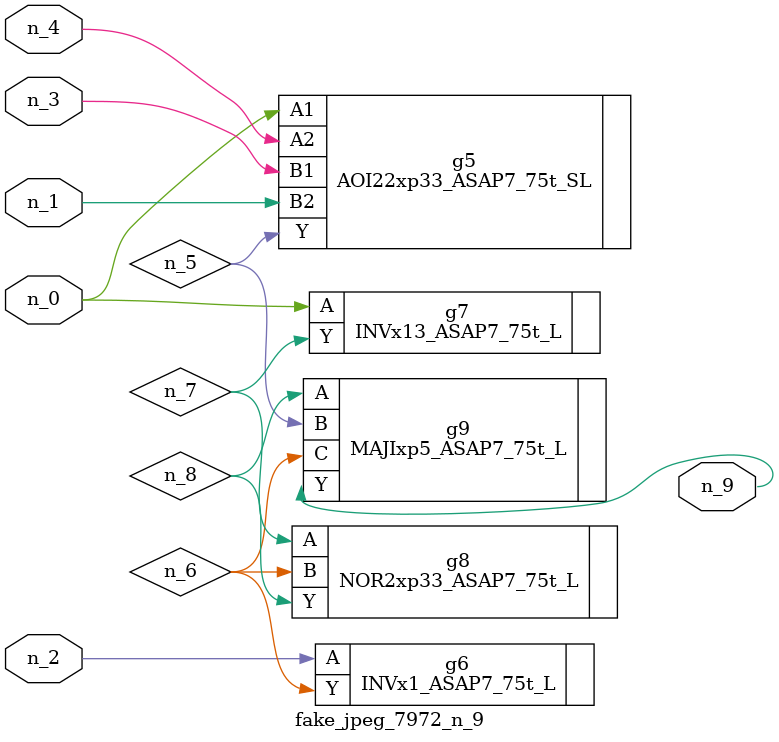
<source format=v>
module fake_jpeg_7972_n_9 (n_3, n_2, n_1, n_0, n_4, n_9);

input n_3;
input n_2;
input n_1;
input n_0;
input n_4;

output n_9;

wire n_8;
wire n_6;
wire n_5;
wire n_7;

AOI22xp33_ASAP7_75t_SL g5 ( 
.A1(n_0),
.A2(n_4),
.B1(n_3),
.B2(n_1),
.Y(n_5)
);

INVx1_ASAP7_75t_L g6 ( 
.A(n_2),
.Y(n_6)
);

INVx13_ASAP7_75t_L g7 ( 
.A(n_0),
.Y(n_7)
);

NOR2xp33_ASAP7_75t_L g8 ( 
.A(n_7),
.B(n_6),
.Y(n_8)
);

MAJIxp5_ASAP7_75t_L g9 ( 
.A(n_8),
.B(n_5),
.C(n_6),
.Y(n_9)
);


endmodule
</source>
